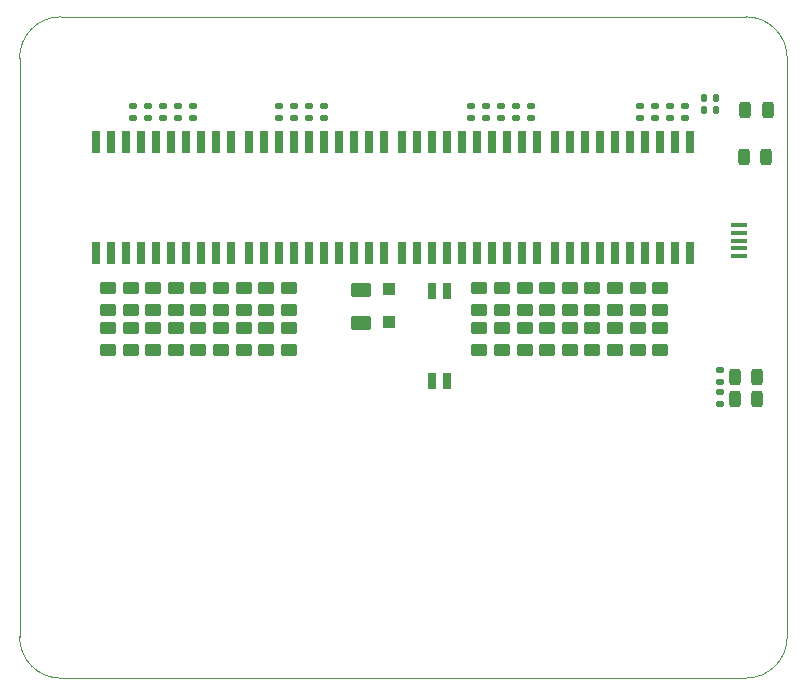
<source format=gtp>
G04 #@! TF.GenerationSoftware,KiCad,Pcbnew,(6.0.4)*
G04 #@! TF.CreationDate,2022-09-08T15:32:11-05:00*
G04 #@! TF.ProjectId,rascsi_2p6,72617363-7369-45f3-9270-362e6b696361,rev?*
G04 #@! TF.SameCoordinates,PX59d60c0PY325aa00*
G04 #@! TF.FileFunction,Paste,Top*
G04 #@! TF.FilePolarity,Positive*
%FSLAX46Y46*%
G04 Gerber Fmt 4.6, Leading zero omitted, Abs format (unit mm)*
G04 Created by KiCad (PCBNEW (6.0.4)) date 2022-09-08 15:32:11*
%MOMM*%
%LPD*%
G01*
G04 APERTURE LIST*
G04 Aperture macros list*
%AMRoundRect*
0 Rectangle with rounded corners*
0 $1 Rounding radius*
0 $2 $3 $4 $5 $6 $7 $8 $9 X,Y pos of 4 corners*
0 Add a 4 corners polygon primitive as box body*
4,1,4,$2,$3,$4,$5,$6,$7,$8,$9,$2,$3,0*
0 Add four circle primitives for the rounded corners*
1,1,$1+$1,$2,$3*
1,1,$1+$1,$4,$5*
1,1,$1+$1,$6,$7*
1,1,$1+$1,$8,$9*
0 Add four rect primitives between the rounded corners*
20,1,$1+$1,$2,$3,$4,$5,0*
20,1,$1+$1,$4,$5,$6,$7,0*
20,1,$1+$1,$6,$7,$8,$9,0*
20,1,$1+$1,$8,$9,$2,$3,0*%
G04 Aperture macros list end*
G04 #@! TA.AperFunction,Profile*
%ADD10C,0.050000*%
G04 #@! TD*
%ADD11RoundRect,0.243750X0.243750X0.456250X-0.243750X0.456250X-0.243750X-0.456250X0.243750X-0.456250X0*%
%ADD12RoundRect,0.250000X-0.450000X0.262500X-0.450000X-0.262500X0.450000X-0.262500X0.450000X0.262500X0*%
%ADD13RoundRect,0.250000X-0.625000X0.375000X-0.625000X-0.375000X0.625000X-0.375000X0.625000X0.375000X0*%
%ADD14R,0.650000X1.950000*%
%ADD15RoundRect,0.135000X-0.135000X-0.185000X0.135000X-0.185000X0.135000X0.185000X-0.135000X0.185000X0*%
%ADD16RoundRect,0.135000X-0.185000X0.135000X-0.185000X-0.135000X0.185000X-0.135000X0.185000X0.135000X0*%
%ADD17RoundRect,0.250000X0.450000X-0.262500X0.450000X0.262500X-0.450000X0.262500X-0.450000X-0.262500X0*%
%ADD18R,0.750000X1.425000*%
%ADD19R,1.100000X1.100000*%
%ADD20R,1.400000X0.400000*%
G04 APERTURE END LIST*
D10*
X83800000Y10300000D02*
X141800000Y10300000D01*
X83800000Y-45696000D02*
X141800000Y-45696000D01*
X141800000Y-45696000D02*
G75*
G03*
X145300000Y-42196000I0J3500000D01*
G01*
X80300000Y6800000D02*
X80300000Y-42196000D01*
X145300000Y6800000D02*
G75*
G03*
X141800000Y10300000I-3500000J0D01*
G01*
X83800000Y10300000D02*
G75*
G03*
X80300000Y6800000I0J-3500000D01*
G01*
X80300000Y-42196000D02*
G75*
G03*
X83800000Y-45696000I3500000J0D01*
G01*
X145300000Y6800000D02*
X145300000Y-42196000D01*
D11*
X142767000Y-22066500D03*
X140892000Y-22066500D03*
X143641000Y2381000D03*
X141766000Y2381000D03*
X143529000Y-1556000D03*
X141654000Y-1556000D03*
D12*
X126890000Y-12687500D03*
X126890000Y-14512500D03*
D13*
X109250000Y-12800000D03*
X109250000Y-15600000D03*
D14*
X99729000Y-9710000D03*
X100999000Y-9710000D03*
X102269000Y-9710000D03*
X103539000Y-9710000D03*
X104809000Y-9710000D03*
X106079000Y-9710000D03*
X107349000Y-9710000D03*
X108619000Y-9710000D03*
X109889000Y-9710000D03*
X111159000Y-9710000D03*
X111159000Y-260000D03*
X109889000Y-260000D03*
X108619000Y-260000D03*
X107349000Y-260000D03*
X106079000Y-260000D03*
X104809000Y-260000D03*
X103539000Y-260000D03*
X102269000Y-260000D03*
X100999000Y-260000D03*
X99729000Y-260000D03*
X124113000Y-260000D03*
X122843000Y-260000D03*
X121573000Y-260000D03*
X120303000Y-260000D03*
X119033000Y-260000D03*
X117763000Y-260000D03*
X116493000Y-260000D03*
X115223000Y-260000D03*
X113953000Y-260000D03*
X112683000Y-260000D03*
X112683000Y-9710000D03*
X113953000Y-9710000D03*
X115223000Y-9710000D03*
X116493000Y-9710000D03*
X117763000Y-9710000D03*
X119033000Y-9710000D03*
X120303000Y-9710000D03*
X121573000Y-9710000D03*
X122843000Y-9710000D03*
X124113000Y-9710000D03*
D15*
X138248500Y3460500D03*
X139268500Y3460500D03*
D16*
X139607000Y-21493000D03*
X139607000Y-22513000D03*
X132812500Y2741000D03*
X132812500Y1721000D03*
X134082500Y2741000D03*
X134082500Y1721000D03*
X135352500Y2741000D03*
X135352500Y1721000D03*
X118525000Y2741000D03*
X118525000Y1721000D03*
X121065000Y2741000D03*
X121065000Y1721000D03*
X122335000Y2741000D03*
X122335000Y1721000D03*
X123605000Y2741000D03*
X123605000Y1721000D03*
X91220000Y2741000D03*
X91220000Y1721000D03*
X92490000Y2741000D03*
X92490000Y1721000D03*
X102269000Y2741000D03*
X102269000Y1721000D03*
X103539000Y2741000D03*
X103539000Y1721000D03*
X104809000Y2741000D03*
X104809000Y1721000D03*
X106079000Y2741000D03*
X106079000Y1721000D03*
D12*
X128802500Y-12687500D03*
X128802500Y-14512500D03*
X130715000Y-12687500D03*
X130715000Y-14512500D03*
X132627500Y-12687500D03*
X132627500Y-14512500D03*
X134540000Y-12687500D03*
X134540000Y-14512500D03*
X119240000Y-12687500D03*
X119240000Y-14512500D03*
X121152500Y-12687500D03*
X121152500Y-14512500D03*
X123065000Y-12687500D03*
X123065000Y-14512500D03*
X124977500Y-12687500D03*
X124977500Y-14512500D03*
X91625000Y-12687500D03*
X91625000Y-14512500D03*
X93537500Y-12687500D03*
X93537500Y-14512500D03*
X95450000Y-12687500D03*
X95450000Y-14512500D03*
X97362500Y-12687500D03*
X97362500Y-14512500D03*
X99275000Y-12687500D03*
X99275000Y-14512500D03*
X101187500Y-12687500D03*
X101187500Y-14512500D03*
X103100000Y-12687500D03*
X103100000Y-14512500D03*
D17*
X128802500Y-17912500D03*
X128802500Y-16087500D03*
X130715000Y-17912500D03*
X130715000Y-16087500D03*
X132627500Y-17912500D03*
X132627500Y-16087500D03*
X134540000Y-17912500D03*
X134540000Y-16087500D03*
X119240000Y-17912500D03*
X119240000Y-16087500D03*
X121152500Y-17912500D03*
X121152500Y-16087500D03*
X123065000Y-17912500D03*
X123065000Y-16087500D03*
X124977500Y-17912500D03*
X124977500Y-16087500D03*
X126890000Y-17912500D03*
X126890000Y-16087500D03*
X87800000Y-17912500D03*
X87800000Y-16087500D03*
X89712500Y-17912500D03*
X89712500Y-16087500D03*
X91625000Y-17912500D03*
X91625000Y-16087500D03*
X93537500Y-17912500D03*
X93537500Y-16087500D03*
X95450000Y-17912500D03*
X95450000Y-16087500D03*
X97362500Y-17912500D03*
X97362500Y-16087500D03*
X99275000Y-17912500D03*
X99275000Y-16087500D03*
X101187500Y-17912500D03*
X101187500Y-16087500D03*
X103100000Y-17912500D03*
X103100000Y-16087500D03*
D16*
X95030000Y2741000D03*
X95030000Y1721000D03*
X89950000Y2741000D03*
X89950000Y1721000D03*
X93760000Y2741000D03*
X93760000Y1721000D03*
D12*
X87800000Y-12687500D03*
X87800000Y-14512500D03*
X89712500Y-12687500D03*
X89712500Y-14512500D03*
D14*
X137067000Y-260000D03*
X135797000Y-260000D03*
X134527000Y-260000D03*
X133257000Y-260000D03*
X131987000Y-260000D03*
X130717000Y-260000D03*
X129447000Y-260000D03*
X128177000Y-260000D03*
X126907000Y-260000D03*
X125637000Y-260000D03*
X125637000Y-9710000D03*
X126907000Y-9710000D03*
X128177000Y-9710000D03*
X129447000Y-9710000D03*
X130717000Y-9710000D03*
X131987000Y-9710000D03*
X133257000Y-9710000D03*
X134527000Y-9710000D03*
X135797000Y-9710000D03*
X137067000Y-9710000D03*
D16*
X139607000Y-19588000D03*
X139607000Y-20608000D03*
D18*
X116515000Y-12887500D03*
X115245000Y-12887500D03*
X115245000Y-20511500D03*
X116515000Y-20511500D03*
D19*
X111570000Y-12725000D03*
X111570000Y-15525000D03*
D14*
X86775000Y-9710000D03*
X88045000Y-9710000D03*
X89315000Y-9710000D03*
X90585000Y-9710000D03*
X91855000Y-9710000D03*
X93125000Y-9710000D03*
X94395000Y-9710000D03*
X95665000Y-9710000D03*
X96935000Y-9710000D03*
X98205000Y-9710000D03*
X98205000Y-260000D03*
X96935000Y-260000D03*
X95665000Y-260000D03*
X94395000Y-260000D03*
X93125000Y-260000D03*
X91855000Y-260000D03*
X90585000Y-260000D03*
X89315000Y-260000D03*
X88045000Y-260000D03*
X86775000Y-260000D03*
D11*
X142767000Y-20161500D03*
X140892000Y-20161500D03*
D15*
X138248500Y2444500D03*
X139268500Y2444500D03*
D20*
X141205000Y-9960000D03*
X141205000Y-9310000D03*
X141205000Y-8660000D03*
X141205000Y-8010000D03*
X141205000Y-7360000D03*
D16*
X136622500Y2741000D03*
X136622500Y1721000D03*
X119795000Y2741000D03*
X119795000Y1721000D03*
M02*

</source>
